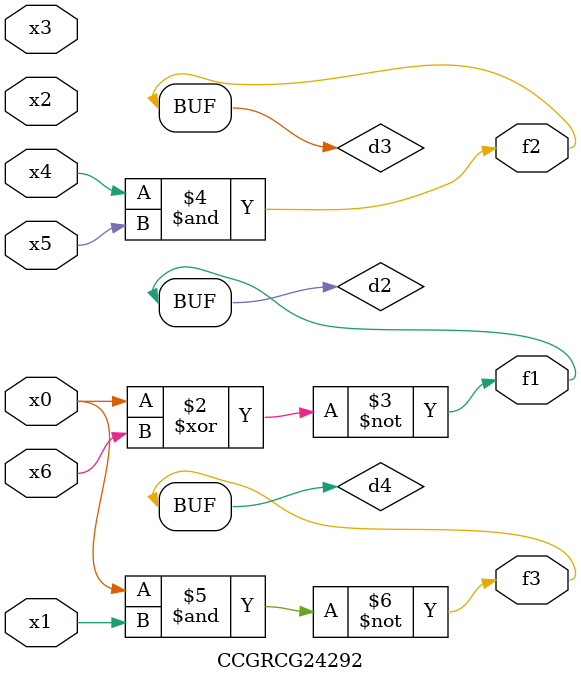
<source format=v>
module CCGRCG24292(
	input x0, x1, x2, x3, x4, x5, x6,
	output f1, f2, f3
);

	wire d1, d2, d3, d4;

	nor (d1, x0);
	xnor (d2, x0, x6);
	and (d3, x4, x5);
	nand (d4, x0, x1);
	assign f1 = d2;
	assign f2 = d3;
	assign f3 = d4;
endmodule

</source>
